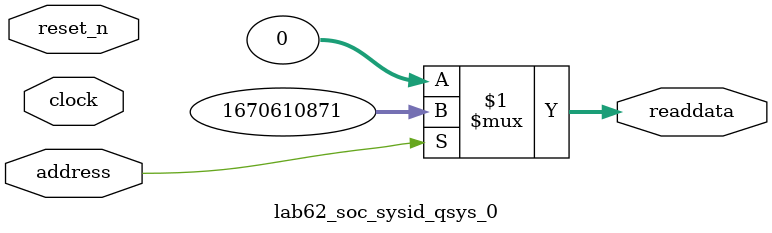
<source format=v>



// synthesis translate_off
`timescale 1ns / 1ps
// synthesis translate_on

// turn off superfluous verilog processor warnings 
// altera message_level Level1 
// altera message_off 10034 10035 10036 10037 10230 10240 10030 

module lab62_soc_sysid_qsys_0 (
               // inputs:
                address,
                clock,
                reset_n,

               // outputs:
                readdata
             )
;

  output  [ 31: 0] readdata;
  input            address;
  input            clock;
  input            reset_n;

  wire    [ 31: 0] readdata;
  //control_slave, which is an e_avalon_slave
  assign readdata = address ? 1670610871 : 0;

endmodule



</source>
